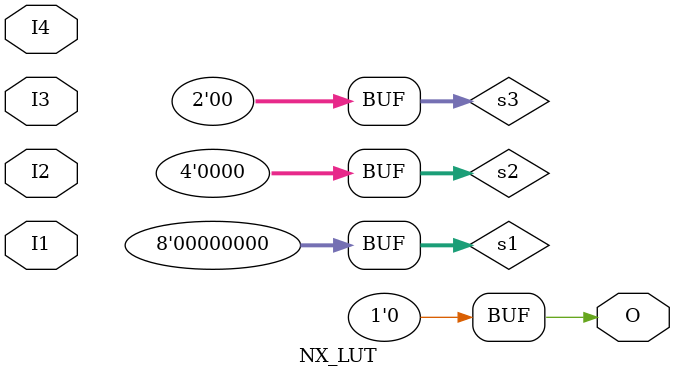
<source format=v>
module NX_LUT(input I1, I2, I3, I4, output O);

parameter lut_table = 16'h0000;

wire [7:0] s1 = I4 ? lut_table[15:8] : lut_table[7:0];
wire [3:0] s2 = I3 ? s1[7:4] : s1[3:0];
wire [1:0] s3 = I2 ? s2[3:2] : s2[1:0];
assign O = I1 ? s3[1] : s3[0];

endmodule

</source>
